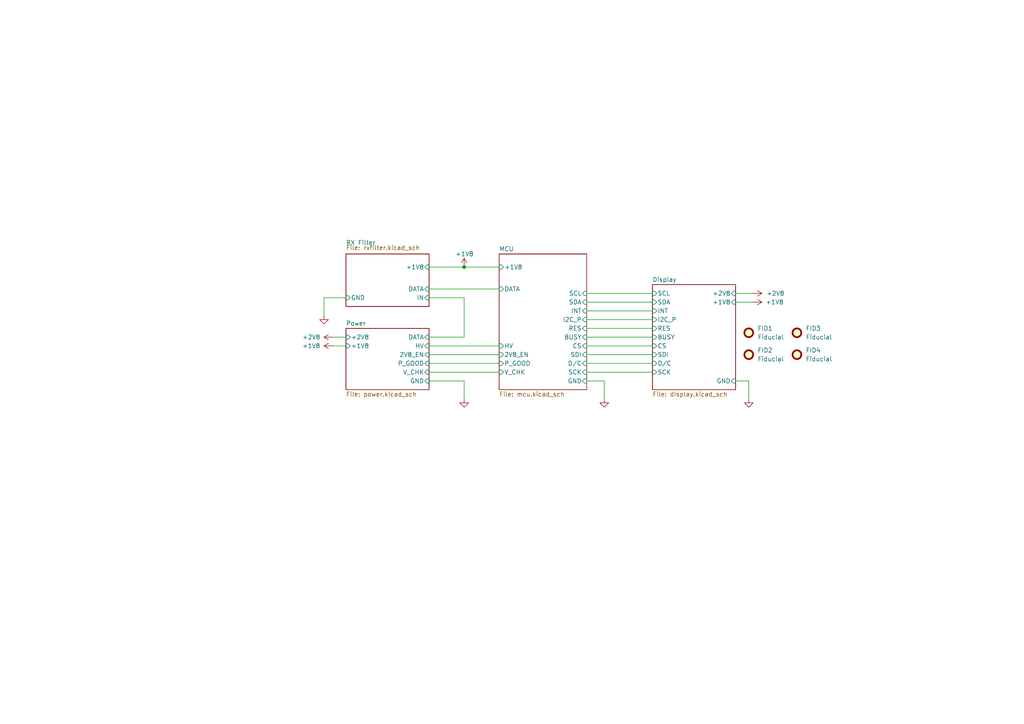
<source format=kicad_sch>
(kicad_sch (version 20221206) (generator eeschema)

  (uuid f1094595-086c-43ea-a0be-6f801d9d8744)

  (paper "A4")

  (lib_symbols
    (symbol "Mechanical:Fiducial" (in_bom yes) (on_board yes)
      (property "Reference" "FID" (at 0 5.08 0)
        (effects (font (size 1.27 1.27)))
      )
      (property "Value" "Fiducial" (at 0 3.175 0)
        (effects (font (size 1.27 1.27)))
      )
      (property "Footprint" "" (at 0 0 0)
        (effects (font (size 1.27 1.27)) hide)
      )
      (property "Datasheet" "~" (at 0 0 0)
        (effects (font (size 1.27 1.27)) hide)
      )
      (property "ki_keywords" "fiducial marker" (at 0 0 0)
        (effects (font (size 1.27 1.27)) hide)
      )
      (property "ki_description" "Fiducial Marker" (at 0 0 0)
        (effects (font (size 1.27 1.27)) hide)
      )
      (property "ki_fp_filters" "Fiducial*" (at 0 0 0)
        (effects (font (size 1.27 1.27)) hide)
      )
      (symbol "Fiducial_0_1"
        (circle (center 0 0) (radius 1.27)
          (stroke (width 0.508) (type default))
          (fill (type background))
        )
      )
    )
    (symbol "power:+1V8" (power) (pin_names (offset 0)) (in_bom yes) (on_board yes)
      (property "Reference" "#PWR" (at 0 -3.81 0)
        (effects (font (size 1.27 1.27)) hide)
      )
      (property "Value" "+1V8" (at 0 3.556 0)
        (effects (font (size 1.27 1.27)))
      )
      (property "Footprint" "" (at 0 0 0)
        (effects (font (size 1.27 1.27)) hide)
      )
      (property "Datasheet" "" (at 0 0 0)
        (effects (font (size 1.27 1.27)) hide)
      )
      (property "ki_keywords" "power-flag" (at 0 0 0)
        (effects (font (size 1.27 1.27)) hide)
      )
      (property "ki_description" "Power symbol creates a global label with name \"+1V8\"" (at 0 0 0)
        (effects (font (size 1.27 1.27)) hide)
      )
      (symbol "+1V8_0_1"
        (polyline
          (pts
            (xy -0.762 1.27)
            (xy 0 2.54)
          )
          (stroke (width 0) (type default))
          (fill (type none))
        )
        (polyline
          (pts
            (xy 0 0)
            (xy 0 2.54)
          )
          (stroke (width 0) (type default))
          (fill (type none))
        )
        (polyline
          (pts
            (xy 0 2.54)
            (xy 0.762 1.27)
          )
          (stroke (width 0) (type default))
          (fill (type none))
        )
      )
      (symbol "+1V8_1_1"
        (pin power_in line (at 0 0 90) (length 0) hide
          (name "+1V8" (effects (font (size 1.27 1.27))))
          (number "1" (effects (font (size 1.27 1.27))))
        )
      )
    )
    (symbol "power:+2V8" (power) (pin_names (offset 0)) (in_bom yes) (on_board yes)
      (property "Reference" "#PWR" (at 0 -3.81 0)
        (effects (font (size 1.27 1.27)) hide)
      )
      (property "Value" "+2V8" (at 0 3.556 0)
        (effects (font (size 1.27 1.27)))
      )
      (property "Footprint" "" (at 0 0 0)
        (effects (font (size 1.27 1.27)) hide)
      )
      (property "Datasheet" "" (at 0 0 0)
        (effects (font (size 1.27 1.27)) hide)
      )
      (property "ki_keywords" "power-flag" (at 0 0 0)
        (effects (font (size 1.27 1.27)) hide)
      )
      (property "ki_description" "Power symbol creates a global label with name \"+2V8\"" (at 0 0 0)
        (effects (font (size 1.27 1.27)) hide)
      )
      (symbol "+2V8_0_1"
        (polyline
          (pts
            (xy -0.762 1.27)
            (xy 0 2.54)
          )
          (stroke (width 0) (type default))
          (fill (type none))
        )
        (polyline
          (pts
            (xy 0 0)
            (xy 0 2.54)
          )
          (stroke (width 0) (type default))
          (fill (type none))
        )
        (polyline
          (pts
            (xy 0 2.54)
            (xy 0.762 1.27)
          )
          (stroke (width 0) (type default))
          (fill (type none))
        )
      )
      (symbol "+2V8_1_1"
        (pin power_in line (at 0 0 90) (length 0) hide
          (name "+2V8" (effects (font (size 1.27 1.27))))
          (number "1" (effects (font (size 1.27 1.27))))
        )
      )
    )
    (symbol "power:GND" (power) (pin_names (offset 0)) (in_bom yes) (on_board yes)
      (property "Reference" "#PWR" (at 0 -6.35 0)
        (effects (font (size 1.27 1.27)) hide)
      )
      (property "Value" "GND" (at 0 -3.81 0)
        (effects (font (size 1.27 1.27)))
      )
      (property "Footprint" "" (at 0 0 0)
        (effects (font (size 1.27 1.27)) hide)
      )
      (property "Datasheet" "" (at 0 0 0)
        (effects (font (size 1.27 1.27)) hide)
      )
      (property "ki_keywords" "power-flag" (at 0 0 0)
        (effects (font (size 1.27 1.27)) hide)
      )
      (property "ki_description" "Power symbol creates a global label with name \"GND\" , ground" (at 0 0 0)
        (effects (font (size 1.27 1.27)) hide)
      )
      (symbol "GND_0_1"
        (polyline
          (pts
            (xy 0 0)
            (xy 0 -1.27)
            (xy 1.27 -1.27)
            (xy 0 -2.54)
            (xy -1.27 -1.27)
            (xy 0 -1.27)
          )
          (stroke (width 0) (type default))
          (fill (type none))
        )
      )
      (symbol "GND_1_1"
        (pin power_in line (at 0 0 270) (length 0) hide
          (name "GND" (effects (font (size 1.27 1.27))))
          (number "1" (effects (font (size 1.27 1.27))))
        )
      )
    )
  )

  (junction (at 134.62 77.47) (diameter 0) (color 0 0 0 0)
    (uuid 1760802e-9cb8-4888-9bb6-3cad90cb4391)
  )

  (wire (pts (xy 170.18 92.71) (xy 189.23 92.71))
    (stroke (width 0) (type default))
    (uuid 0a71db5a-c372-4cd8-9a71-faa228ca3b20)
  )
  (wire (pts (xy 124.46 107.95) (xy 144.78 107.95))
    (stroke (width 0) (type default))
    (uuid 15c7b644-feaa-4a72-99f5-372726787def)
  )
  (wire (pts (xy 217.17 110.49) (xy 213.36 110.49))
    (stroke (width 0) (type default))
    (uuid 27ea524a-ef43-49cd-bc84-d2090076d86a)
  )
  (wire (pts (xy 170.18 97.79) (xy 189.23 97.79))
    (stroke (width 0) (type default))
    (uuid 28c990b6-1f32-4c71-bcdc-846eba960089)
  )
  (wire (pts (xy 170.18 110.49) (xy 175.26 110.49))
    (stroke (width 0) (type default))
    (uuid 31b011c6-669c-452f-9e6a-c12cbf22873f)
  )
  (wire (pts (xy 93.98 86.36) (xy 100.33 86.36))
    (stroke (width 0) (type default))
    (uuid 32ad62b6-4c67-4581-bc38-befff47b7821)
  )
  (wire (pts (xy 213.36 85.09) (xy 218.44 85.09))
    (stroke (width 0) (type default))
    (uuid 35d3384b-807d-4125-9396-faeecd147abe)
  )
  (wire (pts (xy 124.46 77.47) (xy 134.62 77.47))
    (stroke (width 0) (type default))
    (uuid 4125a609-c62c-428e-91ef-a0d664eace49)
  )
  (wire (pts (xy 170.18 85.09) (xy 189.23 85.09))
    (stroke (width 0) (type default))
    (uuid 42827432-d5a8-499a-a7ae-797fd1d51d8a)
  )
  (wire (pts (xy 96.52 100.33) (xy 100.33 100.33))
    (stroke (width 0) (type default))
    (uuid 472773c8-a72c-4ffa-90d4-65aa9eb95627)
  )
  (wire (pts (xy 170.18 95.25) (xy 189.23 95.25))
    (stroke (width 0) (type default))
    (uuid 6903ac01-63b0-45f2-8de5-782ac93c7643)
  )
  (wire (pts (xy 96.52 97.79) (xy 100.33 97.79))
    (stroke (width 0) (type default))
    (uuid 6f06b72b-dda5-4c6c-9fed-55cb9fa4d090)
  )
  (wire (pts (xy 170.18 87.63) (xy 189.23 87.63))
    (stroke (width 0) (type default))
    (uuid 740d8e84-9f0a-436b-9967-03365c26d02e)
  )
  (wire (pts (xy 134.62 110.49) (xy 124.46 110.49))
    (stroke (width 0) (type default))
    (uuid 770db952-301e-4657-91ea-bfa67ab9b9b4)
  )
  (wire (pts (xy 134.62 115.57) (xy 134.62 110.49))
    (stroke (width 0) (type default))
    (uuid 7d7b36d6-4db1-474b-b5bb-632e85f1d28a)
  )
  (wire (pts (xy 170.18 105.41) (xy 189.23 105.41))
    (stroke (width 0) (type default))
    (uuid 7e3ab624-6a5b-426d-a7cd-61748a9112a1)
  )
  (wire (pts (xy 170.18 90.17) (xy 189.23 90.17))
    (stroke (width 0) (type default))
    (uuid 7fb776a0-17e4-433e-aa9b-7b7f563a8ef4)
  )
  (wire (pts (xy 124.46 105.41) (xy 144.78 105.41))
    (stroke (width 0) (type default))
    (uuid 8fa3ce1b-5dba-4410-b2d5-97e218f3a8d1)
  )
  (wire (pts (xy 124.46 83.82) (xy 144.78 83.82))
    (stroke (width 0) (type default))
    (uuid 951b706f-5ee5-467f-976f-d402bb6a24ad)
  )
  (wire (pts (xy 124.46 100.33) (xy 144.78 100.33))
    (stroke (width 0) (type default))
    (uuid a0bbef68-2004-4486-a7a4-70f40fc10f20)
  )
  (wire (pts (xy 170.18 100.33) (xy 189.23 100.33))
    (stroke (width 0) (type default))
    (uuid afb83ae3-4e7b-40d7-8bba-2ec249dbd674)
  )
  (wire (pts (xy 134.62 77.47) (xy 144.78 77.47))
    (stroke (width 0) (type default))
    (uuid b1e46a58-1742-4386-97aa-8179f030c1b1)
  )
  (wire (pts (xy 134.62 97.79) (xy 124.46 97.79))
    (stroke (width 0) (type default))
    (uuid ba8c8b4f-ee18-4408-8378-1b96cfc10866)
  )
  (wire (pts (xy 124.46 102.87) (xy 144.78 102.87))
    (stroke (width 0) (type default))
    (uuid bac70081-79f5-4f17-9482-ca50be35f38c)
  )
  (wire (pts (xy 218.44 87.63) (xy 213.36 87.63))
    (stroke (width 0) (type default))
    (uuid c449bba0-eaad-4475-9117-fa89fab51967)
  )
  (wire (pts (xy 217.17 115.57) (xy 217.17 110.49))
    (stroke (width 0) (type default))
    (uuid c7f3a0ba-18db-4c63-9187-4584f42a5930)
  )
  (wire (pts (xy 175.26 115.57) (xy 175.26 110.49))
    (stroke (width 0) (type default))
    (uuid cd9a6a2f-cbb2-4fa8-a00e-26994b16732c)
  )
  (wire (pts (xy 93.98 91.44) (xy 93.98 86.36))
    (stroke (width 0) (type default))
    (uuid cfaccb8a-85d3-41ea-914f-ca51fa87e72f)
  )
  (wire (pts (xy 170.18 102.87) (xy 189.23 102.87))
    (stroke (width 0) (type default))
    (uuid d9679898-6314-4147-b045-c0a3b7572216)
  )
  (wire (pts (xy 170.18 107.95) (xy 189.23 107.95))
    (stroke (width 0) (type default))
    (uuid dc47cb1f-179c-45c5-abd5-276d30965abe)
  )
  (wire (pts (xy 124.46 86.36) (xy 134.62 86.36))
    (stroke (width 0) (type default))
    (uuid e2bf8467-272a-440f-a96d-032043d52350)
  )
  (wire (pts (xy 134.62 86.36) (xy 134.62 97.79))
    (stroke (width 0) (type default))
    (uuid e3ed2ceb-bbcd-475e-a647-ab7ceca4518a)
  )

  (symbol (lib_id "Mechanical:Fiducial") (at 217.17 96.52 0) (unit 1)
    (in_bom yes) (on_board yes) (dnp no) (fields_autoplaced)
    (uuid 07b6e9fa-5f27-4d03-a108-8598ae262114)
    (property "Reference" "FID?" (at 219.71 95.2499 0)
      (effects (font (size 1.27 1.27)) (justify left))
    )
    (property "Value" "Fiducial" (at 219.71 97.7899 0)
      (effects (font (size 1.27 1.27)) (justify left))
    )
    (property "Footprint" "Fiducial:Fiducial_0.5mm_Mask1.5mm" (at 217.17 96.52 0)
      (effects (font (size 1.27 1.27)) hide)
    )
    (property "Datasheet" "~" (at 217.17 96.52 0)
      (effects (font (size 1.27 1.27)) hide)
    )
    (instances
      (project "Kampela"
        (path "/472e0f49-51e5-4b9c-a9f6-6aed0741c677"
          (reference "FID?") (unit 1)
        )
      )
      (project "Kampela_C1"
        (path "/f1094595-086c-43ea-a0be-6f801d9d8744"
          (reference "FID1") (unit 1)
        )
      )
    )
  )

  (symbol (lib_id "power:+1V8") (at 218.44 87.63 270) (unit 1)
    (in_bom yes) (on_board yes) (dnp no)
    (uuid 1456c387-d268-44d5-98df-074738d8757c)
    (property "Reference" "#PWR?" (at 214.63 87.63 0)
      (effects (font (size 1.27 1.27)) hide)
    )
    (property "Value" "+1V8" (at 227.33 87.63 90)
      (effects (font (size 1.27 1.27)) (justify right))
    )
    (property "Footprint" "" (at 218.44 87.63 0)
      (effects (font (size 1.27 1.27)) hide)
    )
    (property "Datasheet" "" (at 218.44 87.63 0)
      (effects (font (size 1.27 1.27)) hide)
    )
    (pin "1" (uuid a6aa9ef6-bd6c-4cf9-a8ff-7bbcef6f2bf8))
    (instances
      (project "Kampela"
        (path "/472e0f49-51e5-4b9c-a9f6-6aed0741c677"
          (reference "#PWR?") (unit 1)
        )
      )
      (project "Kampela_C1"
        (path "/f1094595-086c-43ea-a0be-6f801d9d8744"
          (reference "#PWR010") (unit 1)
        )
      )
    )
  )

  (symbol (lib_id "power:+2V8") (at 96.52 97.79 90) (unit 1)
    (in_bom yes) (on_board yes) (dnp no)
    (uuid 476324e8-1c8e-4748-bcb3-62301e88ff0e)
    (property "Reference" "#PWR?" (at 100.33 97.79 0)
      (effects (font (size 1.27 1.27)) hide)
    )
    (property "Value" "+2V8" (at 87.63 97.79 90)
      (effects (font (size 1.27 1.27)) (justify right))
    )
    (property "Footprint" "" (at 96.52 97.79 0)
      (effects (font (size 1.27 1.27)) hide)
    )
    (property "Datasheet" "" (at 96.52 97.79 0)
      (effects (font (size 1.27 1.27)) hide)
    )
    (pin "1" (uuid 71ae35e1-c271-4e8c-9bed-728591c561ff))
    (instances
      (project "Kampela"
        (path "/472e0f49-51e5-4b9c-a9f6-6aed0741c677"
          (reference "#PWR?") (unit 1)
        )
      )
      (project "Kampela_C1"
        (path "/f1094595-086c-43ea-a0be-6f801d9d8744"
          (reference "#PWR02") (unit 1)
        )
      )
    )
  )

  (symbol (lib_id "Mechanical:Fiducial") (at 231.14 102.87 0) (unit 1)
    (in_bom yes) (on_board yes) (dnp no) (fields_autoplaced)
    (uuid 49b50032-60bf-486c-90ee-ada0700a21b5)
    (property "Reference" "FID?" (at 233.68 101.5999 0)
      (effects (font (size 1.27 1.27)) (justify left))
    )
    (property "Value" "Fiducial" (at 233.68 104.1399 0)
      (effects (font (size 1.27 1.27)) (justify left))
    )
    (property "Footprint" "Fiducial:Fiducial_0.5mm_Mask1.5mm" (at 231.14 102.87 0)
      (effects (font (size 1.27 1.27)) hide)
    )
    (property "Datasheet" "~" (at 231.14 102.87 0)
      (effects (font (size 1.27 1.27)) hide)
    )
    (instances
      (project "Kampela"
        (path "/472e0f49-51e5-4b9c-a9f6-6aed0741c677"
          (reference "FID?") (unit 1)
        )
      )
      (project "Kampela_C1"
        (path "/f1094595-086c-43ea-a0be-6f801d9d8744"
          (reference "FID4") (unit 1)
        )
      )
    )
  )

  (symbol (lib_id "power:+2V8") (at 218.44 85.09 270) (unit 1)
    (in_bom yes) (on_board yes) (dnp no) (fields_autoplaced)
    (uuid 8455d62c-d401-42ef-b025-8d9fa60e4bcc)
    (property "Reference" "#PWR?" (at 214.63 85.09 0)
      (effects (font (size 1.27 1.27)) hide)
    )
    (property "Value" "+2V8" (at 222.25 85.0899 90)
      (effects (font (size 1.27 1.27)) (justify left))
    )
    (property "Footprint" "" (at 218.44 85.09 0)
      (effects (font (size 1.27 1.27)) hide)
    )
    (property "Datasheet" "" (at 218.44 85.09 0)
      (effects (font (size 1.27 1.27)) hide)
    )
    (pin "1" (uuid 667d1ef9-2baf-4dfa-b332-6d6423a0ed34))
    (instances
      (project "Kampela"
        (path "/472e0f49-51e5-4b9c-a9f6-6aed0741c677"
          (reference "#PWR?") (unit 1)
        )
      )
      (project "Kampela_C1"
        (path "/f1094595-086c-43ea-a0be-6f801d9d8744"
          (reference "#PWR09") (unit 1)
        )
      )
    )
  )

  (symbol (lib_id "power:GND") (at 93.98 91.44 0) (mirror y) (unit 1)
    (in_bom yes) (on_board yes) (dnp no) (fields_autoplaced)
    (uuid 93ecbcce-cd92-405f-b117-481c41d6d595)
    (property "Reference" "#PWR?" (at 93.98 97.79 0)
      (effects (font (size 1.27 1.27)) hide)
    )
    (property "Value" "GND" (at 93.98 96.52 0)
      (effects (font (size 1.27 1.27)) hide)
    )
    (property "Footprint" "" (at 93.98 91.44 0)
      (effects (font (size 1.27 1.27)) hide)
    )
    (property "Datasheet" "" (at 93.98 91.44 0)
      (effects (font (size 1.27 1.27)) hide)
    )
    (pin "1" (uuid 7d6ac812-3c6f-4c1e-acc9-5a7007f3b680))
    (instances
      (project "Kampela"
        (path "/472e0f49-51e5-4b9c-a9f6-6aed0741c677"
          (reference "#PWR?") (unit 1)
        )
      )
      (project "Kampela_C1"
        (path "/f1094595-086c-43ea-a0be-6f801d9d8744"
          (reference "#PWR01") (unit 1)
        )
      )
    )
  )

  (symbol (lib_id "power:+1V8") (at 134.62 77.47 0) (mirror y) (unit 1)
    (in_bom yes) (on_board yes) (dnp no)
    (uuid a20bbef2-5722-4dc2-a3d8-4073fdf4cf88)
    (property "Reference" "#PWR?" (at 134.62 81.28 0)
      (effects (font (size 1.27 1.27)) hide)
    )
    (property "Value" "+1V8" (at 132.08 73.66 0)
      (effects (font (size 1.27 1.27)) (justify right))
    )
    (property "Footprint" "" (at 134.62 77.47 0)
      (effects (font (size 1.27 1.27)) hide)
    )
    (property "Datasheet" "" (at 134.62 77.47 0)
      (effects (font (size 1.27 1.27)) hide)
    )
    (pin "1" (uuid 9c73a91c-9da2-4483-a22d-45352e5d3eee))
    (instances
      (project "Kampela"
        (path "/472e0f49-51e5-4b9c-a9f6-6aed0741c677"
          (reference "#PWR?") (unit 1)
        )
      )
      (project "Kampela_C1"
        (path "/f1094595-086c-43ea-a0be-6f801d9d8744"
          (reference "#PWR04") (unit 1)
        )
      )
    )
  )

  (symbol (lib_id "power:GND") (at 175.26 115.57 0) (unit 1)
    (in_bom yes) (on_board yes) (dnp no) (fields_autoplaced)
    (uuid a4b25f85-1191-431e-a8f7-7b1fb23ae6d9)
    (property "Reference" "#PWR?" (at 175.26 121.92 0)
      (effects (font (size 1.27 1.27)) hide)
    )
    (property "Value" "GND" (at 175.26 120.65 0)
      (effects (font (size 1.27 1.27)) hide)
    )
    (property "Footprint" "" (at 175.26 115.57 0)
      (effects (font (size 1.27 1.27)) hide)
    )
    (property "Datasheet" "" (at 175.26 115.57 0)
      (effects (font (size 1.27 1.27)) hide)
    )
    (pin "1" (uuid 9f93f770-9117-4b08-97fa-c3e7d03b7d3b))
    (instances
      (project "Kampela"
        (path "/472e0f49-51e5-4b9c-a9f6-6aed0741c677"
          (reference "#PWR?") (unit 1)
        )
      )
      (project "Kampela_C1"
        (path "/f1094595-086c-43ea-a0be-6f801d9d8744"
          (reference "#PWR07") (unit 1)
        )
      )
    )
  )

  (symbol (lib_id "power:GND") (at 217.17 115.57 0) (unit 1)
    (in_bom yes) (on_board yes) (dnp no) (fields_autoplaced)
    (uuid cfd355be-245b-44a2-9692-a6e752c3dbe2)
    (property "Reference" "#PWR?" (at 217.17 121.92 0)
      (effects (font (size 1.27 1.27)) hide)
    )
    (property "Value" "GND" (at 217.17 120.65 0)
      (effects (font (size 1.27 1.27)) hide)
    )
    (property "Footprint" "" (at 217.17 115.57 0)
      (effects (font (size 1.27 1.27)) hide)
    )
    (property "Datasheet" "" (at 217.17 115.57 0)
      (effects (font (size 1.27 1.27)) hide)
    )
    (pin "1" (uuid d00e5ce5-9554-4def-b226-d6b884c7cdef))
    (instances
      (project "Kampela"
        (path "/472e0f49-51e5-4b9c-a9f6-6aed0741c677"
          (reference "#PWR?") (unit 1)
        )
      )
      (project "Kampela_C1"
        (path "/f1094595-086c-43ea-a0be-6f801d9d8744"
          (reference "#PWR08") (unit 1)
        )
      )
    )
  )

  (symbol (lib_id "power:GND") (at 134.62 115.57 0) (unit 1)
    (in_bom yes) (on_board yes) (dnp no) (fields_autoplaced)
    (uuid d50ce48e-a741-419f-9e71-ad8f1744bcd5)
    (property "Reference" "#PWR?" (at 134.62 121.92 0)
      (effects (font (size 1.27 1.27)) hide)
    )
    (property "Value" "GND" (at 134.62 120.65 0)
      (effects (font (size 1.27 1.27)) hide)
    )
    (property "Footprint" "" (at 134.62 115.57 0)
      (effects (font (size 1.27 1.27)) hide)
    )
    (property "Datasheet" "" (at 134.62 115.57 0)
      (effects (font (size 1.27 1.27)) hide)
    )
    (pin "1" (uuid 59932af4-abb4-4e95-b188-5a2f7f2d037e))
    (instances
      (project "Kampela"
        (path "/472e0f49-51e5-4b9c-a9f6-6aed0741c677"
          (reference "#PWR?") (unit 1)
        )
      )
      (project "Kampela_C1"
        (path "/f1094595-086c-43ea-a0be-6f801d9d8744"
          (reference "#PWR05") (unit 1)
        )
      )
    )
  )

  (symbol (lib_id "power:+1V8") (at 96.52 100.33 90) (mirror x) (unit 1)
    (in_bom yes) (on_board yes) (dnp no)
    (uuid d825d4c0-2158-4eae-a84f-ce936fe7628f)
    (property "Reference" "#PWR?" (at 100.33 100.33 0)
      (effects (font (size 1.27 1.27)) hide)
    )
    (property "Value" "+1V8" (at 87.63 100.33 90)
      (effects (font (size 1.27 1.27)) (justify right))
    )
    (property "Footprint" "" (at 96.52 100.33 0)
      (effects (font (size 1.27 1.27)) hide)
    )
    (property "Datasheet" "" (at 96.52 100.33 0)
      (effects (font (size 1.27 1.27)) hide)
    )
    (pin "1" (uuid ebb1a57f-64d9-4d63-9022-93523e42df4c))
    (instances
      (project "Kampela"
        (path "/472e0f49-51e5-4b9c-a9f6-6aed0741c677"
          (reference "#PWR?") (unit 1)
        )
      )
      (project "Kampela_C1"
        (path "/f1094595-086c-43ea-a0be-6f801d9d8744"
          (reference "#PWR03") (unit 1)
        )
      )
    )
  )

  (symbol (lib_id "Mechanical:Fiducial") (at 231.14 96.52 0) (unit 1)
    (in_bom yes) (on_board yes) (dnp no) (fields_autoplaced)
    (uuid dc0985ce-3d77-4399-be2d-eb0592f40a31)
    (property "Reference" "FID?" (at 233.68 95.2499 0)
      (effects (font (size 1.27 1.27)) (justify left))
    )
    (property "Value" "Fiducial" (at 233.68 97.7899 0)
      (effects (font (size 1.27 1.27)) (justify left))
    )
    (property "Footprint" "Fiducial:Fiducial_0.5mm_Mask1.5mm" (at 231.14 96.52 0)
      (effects (font (size 1.27 1.27)) hide)
    )
    (property "Datasheet" "~" (at 231.14 96.52 0)
      (effects (font (size 1.27 1.27)) hide)
    )
    (instances
      (project "Kampela"
        (path "/472e0f49-51e5-4b9c-a9f6-6aed0741c677"
          (reference "FID?") (unit 1)
        )
      )
      (project "Kampela_C1"
        (path "/f1094595-086c-43ea-a0be-6f801d9d8744"
          (reference "FID3") (unit 1)
        )
      )
    )
  )

  (symbol (lib_id "Mechanical:Fiducial") (at 217.17 102.87 0) (unit 1)
    (in_bom yes) (on_board yes) (dnp no) (fields_autoplaced)
    (uuid e907db61-12ad-41c2-906d-7cba99d56fff)
    (property "Reference" "FID?" (at 219.71 101.5999 0)
      (effects (font (size 1.27 1.27)) (justify left))
    )
    (property "Value" "Fiducial" (at 219.71 104.1399 0)
      (effects (font (size 1.27 1.27)) (justify left))
    )
    (property "Footprint" "Fiducial:Fiducial_0.5mm_Mask1.5mm" (at 217.17 102.87 0)
      (effects (font (size 1.27 1.27)) hide)
    )
    (property "Datasheet" "~" (at 217.17 102.87 0)
      (effects (font (size 1.27 1.27)) hide)
    )
    (instances
      (project "Kampela"
        (path "/472e0f49-51e5-4b9c-a9f6-6aed0741c677"
          (reference "FID?") (unit 1)
        )
      )
      (project "Kampela_C1"
        (path "/f1094595-086c-43ea-a0be-6f801d9d8744"
          (reference "FID2") (unit 1)
        )
      )
    )
  )

  (sheet (at 100.33 95.25) (size 24.13 17.78) (fields_autoplaced)
    (stroke (width 0.1524) (type solid))
    (fill (color 0 0 0 0.0000))
    (uuid 107d2fe5-3a51-4aa0-a4ed-d8d997e2d812)
    (property "Sheetname" "Power" (at 100.33 94.5384 0)
      (effects (font (size 1.27 1.27)) (justify left bottom))
    )
    (property "Sheetfile" "power.kicad_sch" (at 100.33 113.6146 0)
      (effects (font (size 1.27 1.27)) (justify left top))
    )
    (pin "GND" input (at 124.46 110.49 0)
      (effects (font (size 1.27 1.27)) (justify right))
      (uuid a86538ae-f792-491f-af6d-2b2cda4b5336)
    )
    (pin "2V8_EN" input (at 124.46 102.87 0)
      (effects (font (size 1.27 1.27)) (justify right))
      (uuid eb1d37b4-816d-49b9-9903-362b6aecc882)
    )
    (pin "V_CHK" input (at 124.46 107.95 0)
      (effects (font (size 1.27 1.27)) (justify right))
      (uuid f487c804-b7dd-4573-9adf-71d3f2df9912)
    )
    (pin "P_GOOD" input (at 124.46 105.41 0)
      (effects (font (size 1.27 1.27)) (justify right))
      (uuid 75489edd-7ea4-4af0-8189-201d4b37aef8)
    )
    (pin "+1V8" input (at 100.33 100.33 180)
      (effects (font (size 1.27 1.27)) (justify left))
      (uuid 2d389b1a-f5d4-4843-aed6-a63d7cfa55c4)
    )
    (pin "+2V8" input (at 100.33 97.79 180)
      (effects (font (size 1.27 1.27)) (justify left))
      (uuid f9470593-d236-4759-9da5-fd68b4a13779)
    )
    (pin "DATA" input (at 124.46 97.79 0)
      (effects (font (size 1.27 1.27)) (justify right))
      (uuid 45e6275b-068a-4008-8eee-c223e565dc06)
    )
    (pin "HV" input (at 124.46 100.33 0)
      (effects (font (size 1.27 1.27)) (justify right))
      (uuid fe7456af-891e-44d2-9d12-1a51caed3084)
    )
    (instances
      (project "Kampela"
        (path "/472e0f49-51e5-4b9c-a9f6-6aed0741c677" (page "3"))
      )
    )
  )

  (sheet (at 100.33 73.66) (size 24.13 15.24)
    (stroke (width 0.1524) (type solid))
    (fill (color 0 0 0 0.0000))
    (uuid 67eb4c15-878d-4392-8f98-b0db1677ce0d)
    (property "Sheetname" "RX Filter" (at 100.33 71.12 0)
      (effects (font (size 1.27 1.27)) (justify left bottom))
    )
    (property "Sheetfile" "rxfilter.kicad_sch" (at 100.33 71.12 0)
      (effects (font (size 1.27 1.27)) (justify left top))
    )
    (pin "IN" input (at 124.46 86.36 0)
      (effects (font (size 1.27 1.27)) (justify right))
      (uuid e22de384-22ee-4f9a-a4c2-9240cc29e1f1)
    )
    (pin "DATA" input (at 124.46 83.82 0)
      (effects (font (size 1.27 1.27)) (justify right))
      (uuid 2ff9a22e-42c2-48bb-8e4c-b12e81195989)
    )
    (pin "GND" input (at 100.33 86.36 180)
      (effects (font (size 1.27 1.27)) (justify left))
      (uuid 01b77589-6285-414d-91ef-7ddc4a0bb28d)
    )
    (pin "+1V8" input (at 124.46 77.47 0)
      (effects (font (size 1.27 1.27)) (justify right))
      (uuid a71e9899-17bd-44cf-9c4e-c06b0c5bf5b2)
    )
    (instances
      (project "Kampela"
        (path "/472e0f49-51e5-4b9c-a9f6-6aed0741c677" (page "2"))
      )
    )
  )

  (sheet (at 189.23 82.55) (size 24.13 30.48) (fields_autoplaced)
    (stroke (width 0.1524) (type solid))
    (fill (color 0 0 0 0.0000))
    (uuid 7868ecaa-9431-43d7-95a8-9c0f01ec9958)
    (property "Sheetname" "Display" (at 189.23 81.8384 0)
      (effects (font (size 1.27 1.27)) (justify left bottom))
    )
    (property "Sheetfile" "display.kicad_sch" (at 189.23 113.6146 0)
      (effects (font (size 1.27 1.27)) (justify left top))
    )
    (pin "D{slash}C" input (at 189.23 105.41 180)
      (effects (font (size 1.27 1.27)) (justify left))
      (uuid cdc30568-0a91-428d-9f3c-854e30b5a092)
    )
    (pin "SCK" input (at 189.23 107.95 180)
      (effects (font (size 1.27 1.27)) (justify left))
      (uuid c1ff8284-36bc-42d5-9aad-ce072cba4940)
    )
    (pin "CS" input (at 189.23 100.33 180)
      (effects (font (size 1.27 1.27)) (justify left))
      (uuid 9992a80c-f855-4d00-98ad-ffd292bf2353)
    )
    (pin "SDI" input (at 189.23 102.87 180)
      (effects (font (size 1.27 1.27)) (justify left))
      (uuid 530d0aa3-893f-49bc-b159-f515a9380357)
    )
    (pin "SDA" input (at 189.23 87.63 180)
      (effects (font (size 1.27 1.27)) (justify left))
      (uuid e93b68eb-5ecb-4927-86c9-1ce6084d5925)
    )
    (pin "SCL" input (at 189.23 85.09 180)
      (effects (font (size 1.27 1.27)) (justify left))
      (uuid 911b96b3-b8a4-4da3-ac0c-ae44088f4e58)
    )
    (pin "GND" input (at 213.36 110.49 0)
      (effects (font (size 1.27 1.27)) (justify right))
      (uuid 79d3c175-7edb-4a2c-a83b-22ef5a1e0f0e)
    )
    (pin "INT" input (at 189.23 90.17 180)
      (effects (font (size 1.27 1.27)) (justify left))
      (uuid bf5d3985-eb77-4f3e-9545-e39d37e75f32)
    )
    (pin "BUSY" input (at 189.23 97.79 180)
      (effects (font (size 1.27 1.27)) (justify left))
      (uuid a90670ca-d9fd-4742-9064-dc5d7fc34cac)
    )
    (pin "RES" input (at 189.23 95.25 180)
      (effects (font (size 1.27 1.27)) (justify left))
      (uuid 48fa7c1d-a2c4-43a9-aaf0-2b412bd5c13c)
    )
    (pin "+1V8" input (at 213.36 87.63 0)
      (effects (font (size 1.27 1.27)) (justify right))
      (uuid 36193438-63f3-4eed-ab43-fe381af5e1b2)
    )
    (pin "+2V8" input (at 213.36 85.09 0)
      (effects (font (size 1.27 1.27)) (justify right))
      (uuid 33206404-2b22-4621-aa70-e93ca507816f)
    )
    (pin "I2C_P" input (at 189.23 92.71 180)
      (effects (font (size 1.27 1.27)) (justify left))
      (uuid fb47860b-9b4e-4527-8390-249ca0837c42)
    )
    (instances
      (project "Kampela"
        (path "/472e0f49-51e5-4b9c-a9f6-6aed0741c677" (page "4"))
      )
    )
  )

  (sheet (at 144.78 73.66) (size 25.4 39.37) (fields_autoplaced)
    (stroke (width 0.1524) (type solid))
    (fill (color 0 0 0 0.0000))
    (uuid da08338c-417a-4808-acf4-35a11b7a82db)
    (property "Sheetname" "MCU" (at 144.78 72.9484 0)
      (effects (font (size 1.27 1.27)) (justify left bottom))
    )
    (property "Sheetfile" "mcu.kicad_sch" (at 144.78 113.6146 0)
      (effects (font (size 1.27 1.27)) (justify left top))
    )
    (pin "P_GOOD" input (at 144.78 105.41 180)
      (effects (font (size 1.27 1.27)) (justify left))
      (uuid d5000e77-da6f-47dd-8417-ed784dbb1270)
    )
    (pin "+1V8" input (at 144.78 77.47 180)
      (effects (font (size 1.27 1.27)) (justify left))
      (uuid 64277c0a-016e-42d3-82bc-977c27e4804c)
    )
    (pin "RES" input (at 170.18 95.25 0)
      (effects (font (size 1.27 1.27)) (justify right))
      (uuid 30e3f115-b28e-4ec7-9a9d-6da0a7e88f2c)
    )
    (pin "BUSY" input (at 170.18 97.79 0)
      (effects (font (size 1.27 1.27)) (justify right))
      (uuid f8594796-78c8-418d-8c78-482190016fbf)
    )
    (pin "SCK" input (at 170.18 107.95 0)
      (effects (font (size 1.27 1.27)) (justify right))
      (uuid 4d798ccc-2d1f-4440-9072-e2dd244fc7f9)
    )
    (pin "CS" input (at 170.18 100.33 0)
      (effects (font (size 1.27 1.27)) (justify right))
      (uuid ee00b630-d8bb-46c4-9b70-8ed52180fa23)
    )
    (pin "SDI" input (at 170.18 102.87 0)
      (effects (font (size 1.27 1.27)) (justify right))
      (uuid 61e6e1d7-81a9-4102-a9ed-248c20b7d829)
    )
    (pin "D{slash}C" input (at 170.18 105.41 0)
      (effects (font (size 1.27 1.27)) (justify right))
      (uuid 15242e1b-27b0-4b6b-ba89-27e66c6585f2)
    )
    (pin "DATA" input (at 144.78 83.82 180)
      (effects (font (size 1.27 1.27)) (justify left))
      (uuid 12b48b43-9e76-4fed-bdac-574d955d04b8)
    )
    (pin "INT" input (at 170.18 90.17 0)
      (effects (font (size 1.27 1.27)) (justify right))
      (uuid c17b8945-93f0-4f37-8a8c-f30cebacda9f)
    )
    (pin "SCL" input (at 170.18 85.09 0)
      (effects (font (size 1.27 1.27)) (justify right))
      (uuid 3983a496-dd75-46e3-95bf-6ea591165398)
    )
    (pin "V_CHK" input (at 144.78 107.95 180)
      (effects (font (size 1.27 1.27)) (justify left))
      (uuid aedfefb1-0ff3-4c5d-ad84-c687796251b4)
    )
    (pin "GND" input (at 170.18 110.49 0)
      (effects (font (size 1.27 1.27)) (justify right))
      (uuid b8494bd3-c1be-4a3f-93f1-e93064678a18)
    )
    (pin "SDA" input (at 170.18 87.63 0)
      (effects (font (size 1.27 1.27)) (justify right))
      (uuid 34621a8f-41c5-4831-8686-a3e56a7798af)
    )
    (pin "2V8_EN" input (at 144.78 102.87 180)
      (effects (font (size 1.27 1.27)) (justify left))
      (uuid 80070578-8739-478f-96f8-47894aa36668)
    )
    (pin "I2C_P" input (at 170.18 92.71 0)
      (effects (font (size 1.27 1.27)) (justify right))
      (uuid 10e1c50f-a3d4-4eb5-9ade-77c2ebc06d25)
    )
    (pin "HV" input (at 144.78 100.33 180)
      (effects (font (size 1.27 1.27)) (justify left))
      (uuid 8ad9f73c-b1bd-4962-8eea-147d3262e4f6)
    )
    (instances
      (project "Kampela"
        (path "/472e0f49-51e5-4b9c-a9f6-6aed0741c677" (page "5"))
      )
    )
  )

  (sheet_instances
    (path "/" (page "1"))
  )
)

</source>
